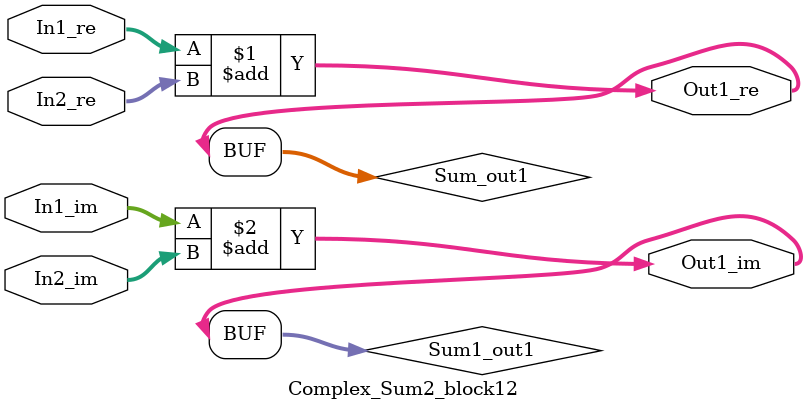
<source format=v>



`timescale 1 ns / 1 ns

module Complex_Sum2_block12
          (In1_re,
           In1_im,
           In2_re,
           In2_im,
           Out1_re,
           Out1_im);


  input   signed [36:0] In1_re;  // sfix37_En22
  input   signed [36:0] In1_im;  // sfix37_En22
  input   signed [36:0] In2_re;  // sfix37_En22
  input   signed [36:0] In2_im;  // sfix37_En22
  output  signed [36:0] Out1_re;  // sfix37_En22
  output  signed [36:0] Out1_im;  // sfix37_En22


  wire signed [36:0] Sum_out1;  // sfix37_En22
  wire signed [36:0] Sum1_out1;  // sfix37_En22


  assign Sum_out1 = In1_re + In2_re;



  assign Out1_re = Sum_out1;

  assign Sum1_out1 = In1_im + In2_im;



  assign Out1_im = Sum1_out1;

endmodule  // Complex_Sum2_block12


</source>
